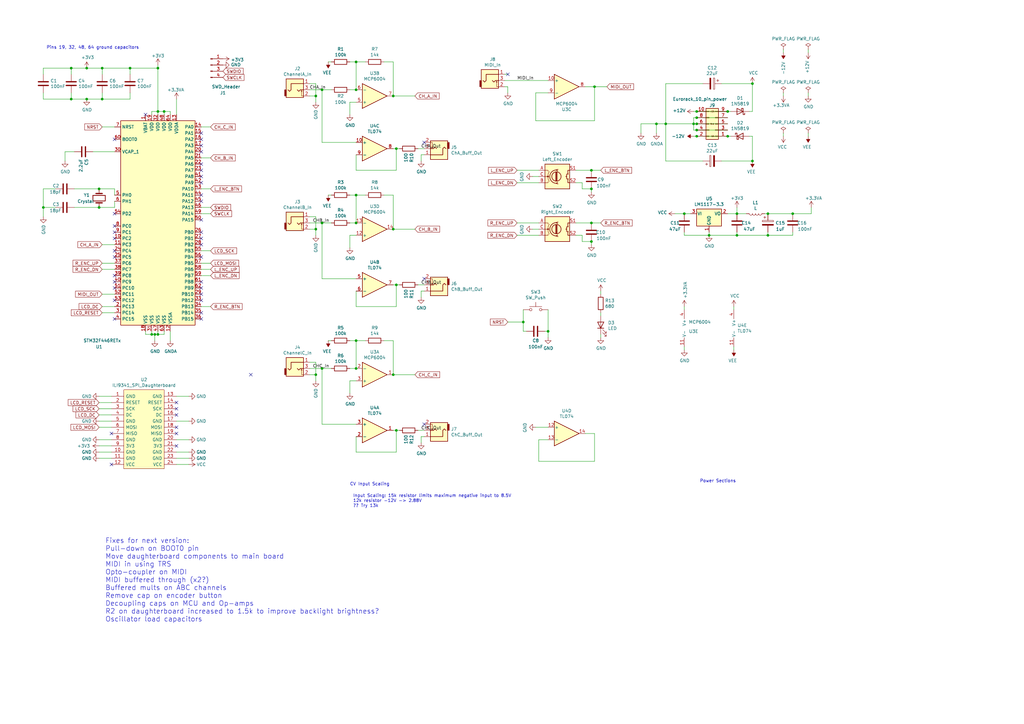
<source format=kicad_sch>
(kicad_sch (version 20230121) (generator eeschema)
  (paper "A3")
  (junction (at 35.56 40.64))
  (junction (at 17.78 85.09))
  (junction (at 214.63 132.08))
  (junction (at 308.61 66.04))
  (junction (at 146.05 36.83))
  (junction (at 162.56 60.96))
  (junction (at 132.08 91.44))
  (junction (at 242.57 91.44))
  (junction (at 308.61 34.29))
  (junction (at 132.08 151.13))
  (junction (at 161.29 153.67))
  (junction (at 314.96 87.63))
  (junction (at 162.56 176.53))
  (junction (at 35.56 27.94))
  (junction (at 146.05 80.01))
  (junction (at 242.57 69.85))
  (junction (at 146.05 151.13))
  (junction (at 129.54 93.98))
  (junction (at 285.75 55.88))
  (junction (at 325.12 87.63))
  (junction (at 40.64 85.09))
  (junction (at 146.05 25.4))
  (junction (at 302.26 96.52))
  (junction (at 67.31 45.72))
  (junction (at 40.64 77.47))
  (junction (at 302.26 87.63))
  (junction (at 64.77 137.16))
  (junction (at 29.21 27.94))
  (junction (at 224.79 135.89))
  (junction (at 285.75 45.72))
  (junction (at 129.54 153.67))
  (junction (at 243.84 35.56))
  (junction (at 242.57 77.47))
  (junction (at 161.29 39.37))
  (junction (at 63.5 137.16))
  (junction (at 53.34 27.94))
  (junction (at 64.77 27.94))
  (junction (at 146.05 91.44))
  (junction (at 162.56 116.84))
  (junction (at 41.91 27.94))
  (junction (at 285.75 48.26))
  (junction (at 298.45 45.72))
  (junction (at 314.96 96.52))
  (junction (at 273.05 50.8))
  (junction (at 41.91 40.64))
  (junction (at 280.67 87.63))
  (junction (at 146.05 139.7))
  (junction (at 285.75 53.34))
  (junction (at 242.57 99.06))
  (junction (at 290.83 96.52))
  (junction (at 29.21 40.64))
  (junction (at 161.29 93.98))
  (junction (at 284.48 50.8))
  (junction (at 132.08 36.83))
  (junction (at 269.24 50.8))
  (junction (at 285.75 50.8))
  (junction (at 64.77 45.72))
  (junction (at 129.54 39.37))
  (junction (at 298.45 55.88))
  (junction (at 62.23 137.16))
  (no_connect (at 46.99 57.15))
  (no_connect (at 72.39 170.18))
  (no_connect (at 46.99 130.81))
  (no_connect (at 82.55 69.85))
  (no_connect (at 72.39 165.1))
  (no_connect (at 46.99 118.11))
  (no_connect (at 82.55 95.25))
  (no_connect (at 46.99 115.57))
  (no_connect (at 102.87 153.67))
  (no_connect (at 173.99 58.42))
  (no_connect (at 82.55 62.23))
  (no_connect (at 82.55 105.41))
  (no_connect (at 82.55 80.01))
  (no_connect (at 46.99 92.71))
  (no_connect (at 72.39 175.26))
  (no_connect (at 59.69 46.99))
  (no_connect (at 208.28 30.48))
  (no_connect (at 173.99 173.99))
  (no_connect (at 82.55 120.65))
  (no_connect (at 45.72 190.5))
  (no_connect (at 46.99 87.63))
  (no_connect (at 46.99 102.87))
  (no_connect (at 82.55 72.39))
  (no_connect (at 82.55 115.57))
  (no_connect (at 82.55 97.79))
  (no_connect (at 46.99 97.79))
  (no_connect (at 173.99 114.3))
  (no_connect (at 46.99 95.25))
  (no_connect (at 45.72 177.8))
  (no_connect (at 82.55 67.31))
  (no_connect (at 72.39 182.88))
  (no_connect (at 82.55 74.93))
  (no_connect (at 82.55 128.27))
  (no_connect (at 82.55 118.11))
  (no_connect (at 82.55 54.61))
  (no_connect (at 82.55 57.15))
  (no_connect (at 82.55 100.33))
  (no_connect (at 46.99 113.03))
  (no_connect (at 82.55 130.81))
  (no_connect (at 46.99 105.41))
  (no_connect (at 82.55 82.55))
  (no_connect (at 72.39 177.8))
  (no_connect (at 46.99 123.19))
  (no_connect (at 72.39 167.64))
  (no_connect (at 82.55 59.69))
  (no_connect (at 82.55 90.17))
  (no_connect (at 82.55 123.19))
  (wire (pts (xy 72.39 185.42) (xy 77.47 185.42)))
  (wire (pts (xy 53.34 27.94) (xy 64.77 27.94)))
  (wire (pts (xy 132.08 36.83) (xy 135.89 36.83)))
  (wire (pts (xy 302.26 87.63) (xy 306.07 87.63)))
  (wire (pts (xy 162.56 116.84) (xy 163.83 116.84)))
  (wire (pts (xy 17.78 40.64) (xy 17.78 38.1)))
  (wire (pts (xy 173.99 63.5) (xy 172.72 63.5)))
  (wire (pts (xy 69.85 46.99) (xy 69.85 45.72)))
  (wire (pts (xy 262.89 50.8) (xy 262.89 54.61)))
  (wire (pts (xy 302.26 95.25) (xy 302.26 96.52)))
  (wire (pts (xy 134.62 25.4) (xy 135.89 25.4)))
  (wire (pts (xy 129.54 148.59) (xy 129.54 153.67)))
  (wire (pts (xy 64.77 45.72) (xy 64.77 46.99)))
  (wire (pts (xy 46.99 85.09) (xy 40.64 85.09)))
  (wire (pts (xy 243.84 177.8) (xy 243.84 189.23)))
  (wire (pts (xy 45.72 175.26) (xy 40.64 175.26)))
  (wire (pts (xy 46.99 100.33) (xy 41.91 100.33)))
  (wire (pts (xy 238.76 99.06) (xy 242.57 99.06)))
  (wire (pts (xy 59.69 137.16) (xy 59.69 135.89)))
  (wire (pts (xy 62.23 45.72) (xy 62.23 46.99)))
  (wire (pts (xy 41.91 125.73) (xy 46.99 125.73)))
  (wire (pts (xy 127 88.9) (xy 129.54 88.9)))
  (wire (pts (xy 162.56 60.96) (xy 163.83 60.96)))
  (wire (pts (xy 285.75 53.34) (xy 298.45 53.34)))
  (wire (pts (xy 302.26 96.52) (xy 314.96 96.52)))
  (wire (pts (xy 149.86 25.4) (xy 146.05 25.4)))
  (wire (pts (xy 300.99 125.73) (xy 300.99 127)))
  (wire (pts (xy 307.34 55.88) (xy 308.61 55.88)))
  (wire (pts (xy 45.72 165.1) (xy 40.64 165.1)))
  (wire (pts (xy 238.76 77.47) (xy 242.57 77.47)))
  (wire (pts (xy 284.48 53.34) (xy 285.75 53.34)))
  (wire (pts (xy 313.69 87.63) (xy 314.96 87.63)))
  (wire (pts (xy 157.48 25.4) (xy 161.29 25.4)))
  (wire (pts (xy 143.51 96.52) (xy 143.51 101.6)))
  (wire (pts (xy 53.34 40.64) (xy 53.34 38.1)))
  (wire (pts (xy 224.79 38.1) (xy 219.71 38.1)))
  (wire (pts (xy 69.85 135.89) (xy 69.85 139.7)))
  (wire (pts (xy 269.24 50.8) (xy 262.89 50.8)))
  (wire (pts (xy 127 148.59) (xy 129.54 148.59)))
  (wire (pts (xy 236.22 91.44) (xy 242.57 91.44)))
  (wire (pts (xy 46.99 120.65) (xy 41.91 120.65)))
  (wire (pts (xy 331.47 38.1) (xy 331.47 39.37)))
  (wire (pts (xy 172.72 179.07) (xy 172.72 181.61)))
  (wire (pts (xy 161.29 60.96) (xy 162.56 60.96)))
  (wire (pts (xy 171.45 176.53) (xy 173.99 176.53)))
  (wire (pts (xy 242.57 69.85) (xy 246.38 69.85)))
  (wire (pts (xy 162.56 185.42) (xy 162.56 176.53)))
  (wire (pts (xy 331.47 54.61) (xy 331.47 55.88)))
  (wire (pts (xy 64.77 135.89) (xy 64.77 137.16)))
  (wire (pts (xy 288.29 34.29) (xy 273.05 34.29)))
  (wire (pts (xy 212.09 69.85) (xy 220.98 69.85)))
  (wire (pts (xy 308.61 66.04) (xy 295.91 66.04)))
  (wire (pts (xy 17.78 40.64) (xy 29.21 40.64)))
  (wire (pts (xy 170.18 153.67) (xy 161.29 153.67)))
  (wire (pts (xy 170.18 39.37) (xy 161.29 39.37)))
  (wire (pts (xy 127 36.83) (xy 132.08 36.83)))
  (wire (pts (xy 242.57 99.06) (xy 242.57 100.33)))
  (wire (pts (xy 284.48 53.34) (xy 284.48 50.8)))
  (wire (pts (xy 171.45 60.96) (xy 173.99 60.96)))
  (wire (pts (xy 236.22 74.93) (xy 238.76 74.93)))
  (wire (pts (xy 214.63 132.08) (xy 214.63 135.89)))
  (wire (pts (xy 308.61 45.72) (xy 308.61 34.29)))
  (wire (pts (xy 72.39 187.96) (xy 77.47 187.96)))
  (wire (pts (xy 290.83 96.52) (xy 280.67 96.52)))
  (wire (pts (xy 314.96 87.63) (xy 325.12 87.63)))
  (wire (pts (xy 129.54 39.37) (xy 129.54 34.29)))
  (wire (pts (xy 157.48 139.7) (xy 161.29 139.7)))
  (wire (pts (xy 314.96 96.52) (xy 314.96 95.25)))
  (wire (pts (xy 224.79 127) (xy 224.79 135.89)))
  (wire (pts (xy 224.79 135.89) (xy 224.79 138.43)))
  (wire (pts (xy 30.48 62.23) (xy 26.67 62.23)))
  (wire (pts (xy 146.05 63.5) (xy 146.05 69.85)))
  (wire (pts (xy 82.55 85.09) (xy 86.36 85.09)))
  (wire (pts (xy 146.05 125.73) (xy 162.56 125.73)))
  (wire (pts (xy 284.48 50.8) (xy 285.75 50.8)))
  (wire (pts (xy 82.55 113.03) (xy 86.36 113.03)))
  (wire (pts (xy 298.45 45.72) (xy 299.72 45.72)))
  (wire (pts (xy 223.52 135.89) (xy 224.79 135.89)))
  (wire (pts (xy 280.67 142.24) (xy 280.67 143.51)))
  (wire (pts (xy 64.77 45.72) (xy 67.31 45.72)))
  (wire (pts (xy 82.55 64.77) (xy 86.36 64.77)))
  (wire (pts (xy 127 153.67) (xy 129.54 153.67)))
  (wire (pts (xy 132.08 151.13) (xy 135.89 151.13)))
  (wire (pts (xy 146.05 80.01) (xy 146.05 91.44)))
  (wire (pts (xy 284.48 48.26) (xy 284.48 50.8)))
  (wire (pts (xy 86.36 125.73) (xy 82.55 125.73)))
  (wire (pts (xy 308.61 55.88) (xy 308.61 66.04)))
  (wire (pts (xy 22.86 77.47) (xy 17.78 77.47)))
  (wire (pts (xy 127 151.13) (xy 132.08 151.13)))
  (wire (pts (xy 284.48 48.26) (xy 285.75 48.26)))
  (wire (pts (xy 146.05 119.38) (xy 146.05 125.73)))
  (wire (pts (xy 143.51 139.7) (xy 146.05 139.7)))
  (wire (pts (xy 162.56 176.53) (xy 163.83 176.53)))
  (wire (pts (xy 46.99 77.47) (xy 40.64 77.47)))
  (wire (pts (xy 143.51 91.44) (xy 146.05 91.44)))
  (wire (pts (xy 207.01 30.48) (xy 208.28 30.48)))
  (wire (pts (xy 82.55 52.07) (xy 86.36 52.07)))
  (wire (pts (xy 41.91 52.07) (xy 46.99 52.07)))
  (wire (pts (xy 146.05 96.52) (xy 143.51 96.52)))
  (wire (pts (xy 64.77 26.67) (xy 64.77 27.94)))
  (wire (pts (xy 146.05 25.4) (xy 146.05 36.83)))
  (wire (pts (xy 134.62 80.01) (xy 135.89 80.01)))
  (wire (pts (xy 30.48 85.09) (xy 40.64 85.09)))
  (wire (pts (xy 41.91 110.49) (xy 46.99 110.49)))
  (wire (pts (xy 45.72 162.56) (xy 40.64 162.56)))
  (wire (pts (xy 17.78 27.94) (xy 29.21 27.94)))
  (wire (pts (xy 290.83 96.52) (xy 302.26 96.52)))
  (wire (pts (xy 146.05 179.07) (xy 146.05 185.42)))
  (wire (pts (xy 29.21 38.1) (xy 29.21 40.64)))
  (wire (pts (xy 67.31 45.72) (xy 69.85 45.72)))
  (wire (pts (xy 161.29 116.84) (xy 162.56 116.84)))
  (wire (pts (xy 321.31 38.1) (xy 321.31 39.37)))
  (wire (pts (xy 82.55 107.95) (xy 86.36 107.95)))
  (wire (pts (xy 161.29 80.01) (xy 161.29 93.98)))
  (wire (pts (xy 46.99 82.55) (xy 46.99 85.09)))
  (wire (pts (xy 273.05 50.8) (xy 273.05 66.04)))
  (wire (pts (xy 220.98 180.34) (xy 224.79 180.34)))
  (wire (pts (xy 143.51 156.21) (xy 143.51 161.29)))
  (wire (pts (xy 242.57 78.74) (xy 242.57 77.47)))
  (wire (pts (xy 82.55 77.47) (xy 86.36 77.47)))
  (wire (pts (xy 82.55 110.49) (xy 86.36 110.49)))
  (wire (pts (xy 127 34.29) (xy 129.54 34.29)))
  (wire (pts (xy 132.08 58.42) (xy 146.05 58.42)))
  (wire (pts (xy 72.39 162.56) (xy 77.47 162.56)))
  (wire (pts (xy 82.55 87.63) (xy 86.36 87.63)))
  (wire (pts (xy 220.98 96.52) (xy 212.09 96.52)))
  (wire (pts (xy 314.96 96.52) (xy 325.12 96.52)))
  (wire (pts (xy 298.45 55.88) (xy 299.72 55.88)))
  (wire (pts (xy 290.83 95.25) (xy 290.83 96.52)))
  (wire (pts (xy 46.99 62.23) (xy 38.1 62.23)))
  (wire (pts (xy 143.51 80.01) (xy 146.05 80.01)))
  (wire (pts (xy 63.5 137.16) (xy 64.77 137.16)))
  (wire (pts (xy 129.54 39.37) (xy 129.54 41.91)))
  (wire (pts (xy 41.91 40.64) (xy 53.34 40.64)))
  (wire (pts (xy 64.77 45.72) (xy 64.77 27.94)))
  (wire (pts (xy 129.54 93.98) (xy 129.54 96.52)))
  (wire (pts (xy 332.74 87.63) (xy 325.12 87.63)))
  (wire (pts (xy 212.09 91.44) (xy 220.98 91.44)))
  (wire (pts (xy 284.48 55.88) (xy 285.75 55.88)))
  (wire (pts (xy 41.91 27.94) (xy 35.56 27.94)))
  (wire (pts (xy 171.45 116.84) (xy 173.99 116.84)))
  (wire (pts (xy 331.47 20.32) (xy 331.47 21.59)))
  (wire (pts (xy 143.51 151.13) (xy 146.05 151.13)))
  (wire (pts (xy 62.23 137.16) (xy 62.23 135.89)))
  (wire (pts (xy 218.44 93.98) (xy 220.98 93.98)))
  (wire (pts (xy 63.5 139.7) (xy 63.5 137.16)))
  (wire (pts (xy 300.99 142.24) (xy 300.99 143.51)))
  (wire (pts (xy 45.72 180.34) (xy 40.64 180.34)))
  (wire (pts (xy 29.21 27.94) (xy 35.56 27.94)))
  (wire (pts (xy 238.76 96.52) (xy 238.76 99.06)))
  (wire (pts (xy 132.08 36.83) (xy 132.08 58.42)))
  (wire (pts (xy 146.05 185.42) (xy 162.56 185.42)))
  (wire (pts (xy 285.75 48.26) (xy 298.45 48.26)))
  (wire (pts (xy 246.38 128.27) (xy 246.38 129.54)))
  (wire (pts (xy 246.38 119.38) (xy 246.38 120.65)))
  (wire (pts (xy 173.99 179.07) (xy 172.72 179.07)))
  (wire (pts (xy 243.84 189.23) (xy 220.98 189.23)))
  (wire (pts (xy 53.34 30.48) (xy 53.34 27.94)))
  (wire (pts (xy 219.71 49.53) (xy 243.84 49.53)))
  (wire (pts (xy 129.54 153.67) (xy 129.54 156.21)))
  (wire (pts (xy 29.21 30.48) (xy 29.21 27.94)))
  (wire (pts (xy 62.23 45.72) (xy 64.77 45.72)))
  (wire (pts (xy 220.98 74.93) (xy 212.09 74.93)))
  (wire (pts (xy 132.08 91.44) (xy 135.89 91.44)))
  (wire (pts (xy 220.98 189.23) (xy 220.98 180.34)))
  (wire (pts (xy 41.91 107.95) (xy 46.99 107.95)))
  (wire (pts (xy 280.67 87.63) (xy 283.21 87.63)))
  (wire (pts (xy 273.05 34.29) (xy 273.05 50.8)))
  (wire (pts (xy 240.03 35.56) (xy 243.84 35.56)))
  (wire (pts (xy 173.99 119.38) (xy 172.72 119.38)))
  (wire (pts (xy 218.44 72.39) (xy 220.98 72.39)))
  (wire (pts (xy 285.75 55.88) (xy 298.45 55.88)))
  (wire (pts (xy 127 91.44) (xy 132.08 91.44)))
  (wire (pts (xy 86.36 102.87) (xy 82.55 102.87)))
  (wire (pts (xy 41.91 30.48) (xy 41.91 27.94)))
  (wire (pts (xy 149.86 80.01) (xy 146.05 80.01)))
  (wire (pts (xy 67.31 135.89) (xy 67.31 137.16)))
  (wire (pts (xy 325.12 96.52) (xy 325.12 95.25)))
  (wire (pts (xy 242.57 91.44) (xy 246.38 91.44)))
  (wire (pts (xy 146.05 41.91) (xy 143.51 41.91)))
  (wire (pts (xy 46.99 128.27) (xy 41.91 128.27)))
  (wire (pts (xy 40.64 77.47) (xy 30.48 77.47)))
  (wire (pts (xy 280.67 125.73) (xy 280.67 127)))
  (wire (pts (xy 236.22 96.52) (xy 238.76 96.52)))
  (wire (pts (xy 269.24 50.8) (xy 273.05 50.8)))
  (wire (pts (xy 214.63 135.89) (xy 215.9 135.89)))
  (wire (pts (xy 308.61 34.29) (xy 295.91 34.29)))
  (wire (pts (xy 285.75 45.72) (xy 298.45 45.72)))
  (wire (pts (xy 72.39 40.64) (xy 72.39 46.99)))
  (wire (pts (xy 172.72 63.5) (xy 172.72 66.04)))
  (wire (pts (xy 269.24 54.61) (xy 269.24 50.8)))
  (wire (pts (xy 207.01 33.02) (xy 224.79 33.02)))
  (wire (pts (xy 288.29 66.04) (xy 273.05 66.04)))
  (wire (pts (xy 208.28 35.56) (xy 208.28 38.1)))
  (wire (pts (xy 143.51 41.91) (xy 143.51 46.99)))
  (wire (pts (xy 321.31 54.61) (xy 321.31 55.88)))
  (wire (pts (xy 132.08 173.99) (xy 146.05 173.99)))
  (wire (pts (xy 161.29 176.53) (xy 162.56 176.53)))
  (wire (pts (xy 45.72 182.88) (xy 40.64 182.88)))
  (wire (pts (xy 157.48 80.01) (xy 161.29 80.01)))
  (wire (pts (xy 143.51 25.4) (xy 146.05 25.4)))
  (wire (pts (xy 321.31 20.32) (xy 321.31 21.59)))
  (wire (pts (xy 146.05 156.21) (xy 143.51 156.21)))
  (wire (pts (xy 172.72 119.38) (xy 172.72 121.92)))
  (wire (pts (xy 143.51 36.83) (xy 146.05 36.83)))
  (wire (pts (xy 46.99 77.47) (xy 46.99 80.01)))
  (wire (pts (xy 17.78 30.48) (xy 17.78 27.94)))
  (wire (pts (xy 17.78 85.09) (xy 17.78 88.9)))
  (wire (pts (xy 298.45 50.8) (xy 285.75 50.8)))
  (wire (pts (xy 45.72 185.42) (xy 40.64 185.42)))
  (wire (pts (xy 208.28 132.08) (xy 214.63 132.08)))
  (wire (pts (xy 161.29 25.4) (xy 161.29 39.37)))
  (wire (pts (xy 45.72 187.96) (xy 40.64 187.96)))
  (wire (pts (xy 280.67 95.25) (xy 280.67 96.52)))
  (wire (pts (xy 146.05 69.85) (xy 162.56 69.85)))
  (wire (pts (xy 214.63 127) (xy 214.63 132.08)))
  (wire (pts (xy 62.23 137.16) (xy 63.5 137.16)))
  (wire (pts (xy 77.47 190.5) (xy 72.39 190.5)))
  (wire (pts (xy 207.01 35.56) (xy 208.28 35.56)))
  (wire (pts (xy 162.56 69.85) (xy 162.56 60.96)))
  (wire (pts (xy 134.62 139.7) (xy 135.89 139.7)))
  (wire (pts (xy 35.56 40.64) (xy 41.91 40.64)))
  (wire (pts (xy 240.03 177.8) (xy 243.84 177.8)))
  (wire (pts (xy 127 39.37) (xy 129.54 39.37)))
  (wire (pts (xy 307.34 45.72) (xy 308.61 45.72)))
  (wire (pts (xy 26.67 62.23) (xy 26.67 66.04)))
  (wire (pts (xy 219.71 38.1) (xy 219.71 49.53)))
  (wire (pts (xy 332.74 85.09) (xy 332.74 87.63)))
  (wire (pts (xy 45.72 170.18) (xy 40.64 170.18)))
  (wire (pts (xy 219.71 175.26) (xy 224.79 175.26)))
  (wire (pts (xy 59.69 137.16) (xy 62.23 137.16)))
  (wire (pts (xy 45.72 172.72) (xy 40.64 172.72)))
  (wire (pts (xy 132.08 91.44) (xy 132.08 114.3)))
  (wire (pts (xy 243.84 49.53) (xy 243.84 35.56)))
  (wire (pts (xy 132.08 151.13) (xy 132.08 173.99)))
  (wire (pts (xy 273.05 50.8) (xy 284.48 50.8)))
  (wire (pts (xy 127 93.98) (xy 129.54 93.98)))
  (wire (pts (xy 302.26 85.09) (xy 302.26 87.63)))
  (wire (pts (xy 149.86 139.7) (xy 146.05 139.7)))
  (wire (pts (xy 170.18 93.98) (xy 161.29 93.98)))
  (wire (pts (xy 276.86 87.63) (xy 280.67 87.63)))
  (wire (pts (xy 162.56 125.73) (xy 162.56 116.84)))
  (wire (pts (xy 17.78 77.47) (xy 17.78 85.09)))
  (wire (pts (xy 238.76 74.93) (xy 238.76 77.47)))
  (wire (pts (xy 132.08 114.3) (xy 146.05 114.3)))
  (wire (pts (xy 53.34 27.94) (xy 41.91 27.94)))
  (wire (pts (xy 17.78 85.09) (xy 22.86 85.09)))
  (wire (pts (xy 64.77 137.16) (xy 67.31 137.16)))
  (wire (pts (xy 29.21 40.64) (xy 35.56 40.64)))
  (wire (pts (xy 298.45 87.63) (xy 302.26 87.63)))
  (wire (pts (xy 236.22 69.85) (xy 242.57 69.85)))
  (wire (pts (xy 243.84 35.56) (xy 248.92 35.56)))
  (wire (pts (xy 45.72 167.64) (xy 40.64 167.64)))
  (wire (pts (xy 146.05 139.7) (xy 146.05 151.13)))
  (wire (pts (xy 72.39 172.72) (xy 77.47 172.72)))
  (wire (pts (xy 284.48 45.72) (xy 285.75 45.72)))
  (wire (pts (xy 72.39 180.34) (xy 77.47 180.34)))
  (wire (pts (xy 161.29 139.7) (xy 161.29 153.67)))
  (wire (pts (xy 67.31 46.99) (xy 67.31 45.72)))
  (wire (pts (xy 246.38 137.16) (xy 246.38 138.43)))
  (wire (pts (xy 41.91 38.1) (xy 41.91 40.64)))
  (wire (pts (xy 129.54 88.9) (xy 129.54 93.98)))
  (text "CV Input Scaling" (at 143.51 199.39 0) (effects (font (size 1.27 1.27)) (justify left bottom)))
  (text "Fixes for next version:\nPull-down on BOOT0 pin\nMove daughterboard components to main board\nMIDI in using TRS\nOpto-coupler on MIDI\nMIDI buffered through (x2?)\nBuffered mults on ABC channels\nRemove cap on encoder button\nDecoupling caps on MCU and Op-amps\nR2 on daughterboard increased to 1.5k to improve backlight brightness?\nOscillator load capacitors" (at 43.18 255.27 0) (effects (font (size 2 2)) (justify left bottom)))
  (text "Power Sections" (at 287.02 198.12 0) (effects (font (size 1.27 1.27)) (justify left bottom)))
  (text "Input Scaling: 15k resistor limits maximum negative input to 8.5V\n12k resistor -12V -> 2.88V\n?? Try 13k" (at 144.78 208.28 0) (effects (font (size 1.27 1.27)) (justify left bottom)))
  (text "Pins 19, 32, 48, 64 ground capacitors" (at 19.05 20.32 0) (effects (font (size 1.27 1.27)) (justify left bottom)))
  (label "CHA_In" (at 127 36.83 0))
  (label "CHA_Out" (at 172.72 60.96 0))
  (label "CHB_Out" (at 172.72 116.84 0))
  (label "CHC_In" (at 128.27 151.13 0))
  (label "MIDI_In" (at 212.09 33.02 0))
  (label "CHC_Out" (at 172.72 176.53 0))
  (label "CHB_In" (at 128.27 91.44 0))
  (global_label "LCD_DC" (shape input) (at 40.64 170.18 180) (property "Intersheetrefs" "${INTERSHEET_REFS}" (effects hide)))
  (global_label "MIDI_OUT" (shape input) (at 41.91 120.65 180) (property "Intersheetrefs" "${INTERSHEET_REFS}" (effects hide)))
  (global_label "CH_C_IN" (shape input) (at 170.18 153.67 0) (property "Intersheetrefs" "${INTERSHEET_REFS}" (effects hide)))
  (global_label "LCD_DC" (shape input) (at 41.91 125.73 180) (property "Intersheetrefs" "${INTERSHEET_REFS}" (effects hide)))
  (global_label "L_ENC_BTN" (shape input) (at 86.36 77.47 0) (property "Intersheetrefs" "${INTERSHEET_REFS}" (effects hide)))
  (global_label "L_ENC_DN" (shape input) (at 86.36 113.03 0) (property "Intersheetrefs" "${INTERSHEET_REFS}" (effects hide)))
  (global_label "MIDI_OUT" (shape input) (at 248.92 35.56 0) (property "Intersheetrefs" "${INTERSHEET_REFS}" (effects hide)))
  (global_label "LCD_RESET" (shape input) (at 41.91 128.27 180) (property "Intersheetrefs" "${INTERSHEET_REFS}" (effects hide)))
  (global_label "R_ENC_UP" (shape input) (at 41.91 107.95 180) (property "Intersheetrefs" "${INTERSHEET_REFS}" (effects hide)))
  (global_label "SWDIO" (shape input) (at 91.44 29.21 0) (property "Intersheetrefs" "${INTERSHEET_REFS}" (effects hide)))
  (global_label "R_ENC_DN" (shape input) (at 41.91 110.49 180) (property "Intersheetrefs" "${INTERSHEET_REFS}" (effects hide)))
  (global_label "R_ENC_BTN" (shape input) (at 86.36 125.73 0) (property "Intersheetrefs" "${INTERSHEET_REFS}" (effects hide)))
  (global_label "NRST" (shape input) (at 41.91 52.07 180) (property "Intersheetrefs" "${INTERSHEET_REFS}" (effects hide)))
  (global_label "LCD_RESET" (shape input) (at 40.64 165.1 180) (property "Intersheetrefs" "${INTERSHEET_REFS}" (effects hide)))
  (global_label "CH_C_IN" (shape input) (at 86.36 52.07 0) (property "Intersheetrefs" "${INTERSHEET_REFS}" (effects hide)))
  (global_label "LCD_SCK" (shape input) (at 86.36 102.87 0) (property "Intersheetrefs" "${INTERSHEET_REFS}" (effects hide)))
  (global_label "L_ENC_BTN" (shape input) (at 246.38 69.85 0) (property "Intersheetrefs" "${INTERSHEET_REFS}" (effects hide)))
  (global_label "CH_B_IN" (shape input) (at 86.36 64.77 0) (property "Intersheetrefs" "${INTERSHEET_REFS}" (effects hide)))
  (global_label "NRST" (shape input) (at 208.28 132.08 180) (property "Intersheetrefs" "${INTERSHEET_REFS}" (effects hide)))
  (global_label "CH_A_IN" (shape input) (at 170.18 39.37 0) (property "Intersheetrefs" "${INTERSHEET_REFS}" (effects hide)))
  (global_label "R_ENC_DN" (shape input) (at 212.09 96.52 180) (property "Intersheetrefs" "${INTERSHEET_REFS}" (effects hide)))
  (global_label "CH_A_IN" (shape input) (at 41.91 100.33 180) (property "Intersheetrefs" "${INTERSHEET_REFS}" (effects hide)))
  (global_label "CH_B_IN" (shape input) (at 170.18 93.98 0) (property "Intersheetrefs" "${INTERSHEET_REFS}" (effects hide)))
  (global_label "SWDIO" (shape input) (at 86.36 85.09 0) (property "Intersheetrefs" "${INTERSHEET_REFS}" (effects hide)))
  (global_label "SWCLK" (shape input) (at 86.36 87.63 0) (property "Intersheetrefs" "${INTERSHEET_REFS}" (effects hide)))
  (global_label "R_ENC_UP" (shape input) (at 212.09 91.44 180) (property "Intersheetrefs" "${INTERSHEET_REFS}" (effects hide)))
  (global_label "L_ENC_DN" (shape input) (at 212.09 74.93 180) (property "Intersheetrefs" "${INTERSHEET_REFS}" (effects hide)))
  (global_label "L_ENC_UP" (shape input) (at 86.36 110.49 0) (property "Intersheetrefs" "${INTERSHEET_REFS}" (effects hide)))
  (global_label "L_ENC_UP" (shape input) (at 212.09 69.85 180) (property "Intersheetrefs" "${INTERSHEET_REFS}" (effects hide)))
  (global_label "LCD_MOSI" (shape input) (at 40.64 175.26 180) (property "Intersheetrefs" "${INTERSHEET_REFS}" (effects hide)))
  (global_label "LCD_SCK" (shape input) (at 40.64 167.64 180) (property "Intersheetrefs" "${INTERSHEET_REFS}" (effects hide)))
  (global_label "R_ENC_BTN" (shape input) (at 246.38 91.44 0) (property "Intersheetrefs" "${INTERSHEET_REFS}" (effects hide)))
  (global_label "LCD_MOSI" (shape input) (at 86.36 107.95 0) (property "Intersheetrefs" "${INTERSHEET_REFS}" (effects hide)))
  (global_label "SWCLK" (shape input) (at 91.44 31.75 0) (property "Intersheetrefs" "${INTERSHEET_REFS}" (effects hide)))
  (symbol (lib_id "Device:C") (at 34.29 62.23 270) (unit 1)
    (property "Reference" "C5" (at 35.4584 65.151 0) (effects (justify left)))
    (property "Value" "2.2uF" (at 33.147 65.151 0) (effects (justify left)))
    (property "Footprint" "Capacitors_SMD:C_0805_HandSoldering" (effects hide))
  )
  (symbol (lib_id "power:GND") (at 26.67 66.04 0) (unit 1)
    (property "Reference" "#PWR02" (effects hide))
    (property "Value" "GND" (at 26.797 70.4342 0))
  )
  (symbol (lib_id "Connector:Conn_01x04_Male") (at 86.36 26.67 0) (unit 1)
    (property "Reference" "J1" (at 91.44 38.1 0))
    (property "Value" "SWD_Header" (at 92.71 35.56 0))
    (property "Footprint" "Custom_Footprints:SWD_header" (effects hide))
  )
  (symbol (lib_id "oscar-rescue:+3.3V-power") (at 91.44 24.13 270) (unit 1)
    (property "Reference" "#PWR011" (effects hide))
    (property "Value" "+3.3V" (at 94.6912 24.511 90) (effects (justify left)))
  )
  (symbol (lib_id "power:GND") (at 91.44 26.67 90) (unit 1)
    (property "Reference" "#PWR012" (effects hide))
    (property "Value" "GND" (at 94.6912 26.543 90) (effects (justify right)))
  )
  (symbol (lib_id "Device:Crystal") (at 40.64 81.28 90) (unit 1)
    (property "Reference" "Y1" (at 34.29 80.01 90) (effects (justify right)))
    (property "Value" "Crystal" (at 31.75 82.55 90) (effects (justify right)))
    (property "Footprint" "Custom_Footprints:Crystal_SMD" (effects hide))
  )
  (symbol (lib_id "Device:C") (at 26.67 77.47 270) (unit 1)
    (property "Reference" "C2" (at 21.59 76.2 90) (effects (justify left)))
    (property "Value" "18pF" (at 20.32 78.74 90) (effects (justify left)))
    (property "Footprint" "Capacitors_SMD:C_0805_HandSoldering" (effects hide))
  )
  (symbol (lib_id "Device:C") (at 26.67 85.09 270) (unit 1)
    (property "Reference" "C3" (at 21.59 83.82 90) (effects (justify left)))
    (property "Value" "18pF" (at 20.32 86.36 90) (effects (justify left)))
    (property "Footprint" "Capacitors_SMD:C_0805_HandSoldering" (effects hide))
  )
  (symbol (lib_id "power:GND") (at 17.78 88.9 0) (unit 1)
    (property "Reference" "#PWR01" (effects hide))
    (property "Value" "GND" (at 17.907 92.1512 90) (effects (justify right)))
  )
  (symbol (lib_id "oscar-rescue:+3.3V-power") (at 64.77 26.67 0) (unit 1)
    (property "Reference" "#PWR06" (effects hide))
    (property "Value" "+3.3V" (at 64.77 22.86 0))
  )
  (symbol (lib_id "power:GND") (at 63.5 139.7 0) (unit 1)
    (property "Reference" "#PWR05" (effects hide))
    (property "Value" "GND" (at 63.627 144.0942 0))
  )
  (symbol (lib_id "oscar-rescue:+3.3V-power") (at 35.56 27.94 0) (unit 1)
    (property "Reference" "#PWR03" (effects hide))
    (property "Value" "+3.3V" (at 35.941 23.5458 0))
  )
  (symbol (lib_id "Device:C") (at 17.78 34.29 0) (unit 1)
    (property "Reference" "C1" (at 20.701 33.1216 0) (effects (justify left)))
    (property "Value" "100nF" (at 20.701 35.433 0) (effects (justify left)))
    (property "Footprint" "Capacitors_SMD:C_0805_HandSoldering" (effects hide))
  )
  (symbol (lib_id "power:GND") (at 35.56 40.64 0) (unit 1)
    (property "Reference" "#PWR04" (effects hide))
    (property "Value" "GND" (at 35.687 45.0342 0))
  )
  (symbol (lib_id "Device:C") (at 29.21 34.29 0) (unit 1)
    (property "Reference" "C4" (at 32.131 33.1216 0) (effects (justify left)))
    (property "Value" "100nF" (at 32.131 35.433 0) (effects (justify left)))
    (property "Footprint" "Capacitors_SMD:C_0805_HandSoldering" (effects hide))
  )
  (symbol (lib_id "Device:C") (at 41.91 34.29 0) (unit 1)
    (property "Reference" "C6" (at 44.831 33.1216 0) (effects (justify left)))
    (property "Value" "100nF" (at 44.831 35.433 0) (effects (justify left)))
    (property "Footprint" "Capacitors_SMD:C_0805_HandSoldering" (effects hide))
  )
  (symbol (lib_id "Device:C") (at 53.34 34.29 0) (unit 1)
    (property "Reference" "C7" (at 56.261 33.1216 0) (effects (justify left)))
    (property "Value" "100nF" (at 56.261 35.433 0) (effects (justify left)))
    (property "Footprint" "Capacitors_SMD:C_0805_HandSoldering" (effects hide))
  )
  (symbol (lib_id "oscar-rescue:+3.3V-power") (at 302.26 85.09 0) (unit 1)
    (property "Reference" "#PWR041" (effects hide))
    (property "Value" "+3.3V" (at 302.26 81.28 0))
  )
  (symbol (lib_id "power:PWR_FLAG") (at 331.47 38.1 0) (unit 1)
    (property "Reference" "#FLG05" (effects hide))
    (property "Value" "PWR_FLAG" (at 331.47 33.6804 0))
  )
  (symbol (lib_id "power:GND") (at 331.47 39.37 0) (unit 1)
    (property "Reference" "#PWR048" (effects hide))
    (property "Value" "GND" (at 331.597 43.7642 0))
  )
  (symbol (lib_id "Regulator_Linear:LM1117-3.3") (at 290.83 87.63 0) (unit 1)
    (property "Reference" "U5" (at 290.83 81.4832 0))
    (property "Value" "LM1117-3.3" (at 290.83 83.7946 0))
    (property "Footprint" "TO_SOT_Packages_SMD:TO-252-3_TabPin2" (effects hide))
    (property "Datasheet" "http://www.ti.com/lit/ds/symlink/lm1117.pdf" (effects hide))
  )
  (symbol (lib_id "Amplifier_Operational:MCP6004") (at 153.67 39.37 0) (mirror x) (unit 2)
    (property "Reference" "U3" (at 153.67 30.0482 0))
    (property "Value" "MCP6004" (at 153.67 32.3596 0))
    (property "Footprint" "SMD_Packages:SOIC-14_N" (effects hide))
    (property "Datasheet" "http://ww1.microchip.com/downloads/en/DeviceDoc/21733j.pdf" (effects hide))
  )
  (symbol (lib_id "Device:R") (at 153.67 25.4 270) (unit 1)
    (property "Reference" "R7" (at 153.67 20.1422 90))
    (property "Value" "14k" (at 153.67 22.4536 90))
    (property "Footprint" "Resistors_SMD:R_0805_HandSoldering" (effects hide))
  )
  (symbol (lib_id "Device:R") (at 139.7 25.4 270) (unit 1)
    (property "Reference" "R1" (at 139.7 20.1422 90))
    (property "Value" "100k" (at 139.7 22.4536 90))
    (property "Footprint" "Resistors_SMD:R_0805_HandSoldering" (effects hide))
  )
  (symbol (lib_id "Device:R") (at 139.7 36.83 270) (unit 1)
    (property "Reference" "R2" (at 139.7 39.37 90))
    (property "Value" "100k" (at 139.7 41.91 90))
    (property "Footprint" "Resistors_SMD:R_0805_HandSoldering" (effects hide))
  )
  (symbol (lib_id "power:GND") (at 143.51 46.99 0) (unit 1)
    (property "Reference" "#PWR019" (effects hide))
    (property "Value" "GND" (at 143.637 51.3842 0))
  )
  (symbol (lib_id "Amplifier_Operational:MCP6004") (at 153.67 93.98 0) (mirror x) (unit 4)
    (property "Reference" "U3" (at 153.67 84.6582 0))
    (property "Value" "MCP6004" (at 153.67 86.9696 0))
    (property "Footprint" "SMD_Packages:SOIC-14_N" (effects hide))
    (property "Datasheet" "http://ww1.microchip.com/downloads/en/DeviceDoc/21733j.pdf" (effects hide))
  )
  (symbol (lib_id "Device:R") (at 153.67 80.01 270) (unit 1)
    (property "Reference" "R8" (at 153.67 74.7522 90))
    (property "Value" "14k" (at 153.67 77.0636 90))
    (property "Footprint" "Resistors_SMD:R_0805_HandSoldering" (effects hide))
  )
  (symbol (lib_id "Device:R") (at 139.7 80.01 270) (unit 1)
    (property "Reference" "R3" (at 139.7 74.7522 90))
    (property "Value" "100k" (at 139.7 77.0636 90))
    (property "Footprint" "Resistors_SMD:R_0805_HandSoldering" (effects hide))
  )
  (symbol (lib_id "Device:R") (at 139.7 91.44 270) (unit 1)
    (property "Reference" "R4" (at 139.7 86.1822 90))
    (property "Value" "100k" (at 139.7 88.4936 90))
    (property "Footprint" "Resistors_SMD:R_0805_HandSoldering" (effects hide))
  )
  (symbol (lib_id "power:GND") (at 143.51 101.6 0) (unit 1)
    (property "Reference" "#PWR020" (effects hide))
    (property "Value" "GND" (at 143.637 105.9942 0))
  )
  (symbol (lib_id "Device:C") (at 302.26 91.44 0) (unit 1)
    (property "Reference" "C14" (at 306.07 91.44 0))
    (property "Value" "47uF" (at 307.34 93.98 0))
    (property "Footprint" "Capacitors_SMD:CP_Elec_5x5.8" (effects hide))
  )
  (symbol (lib_id "Device:L") (at 309.88 87.63 270) (unit 1)
    (property "Reference" "L1" (at 309.88 83.1088 90))
    (property "Value" "L" (at 309.88 85.4202 90))
    (property "Footprint" "Resistors_SMD:R_0805_HandSoldering" (effects hide))
  )
  (symbol (lib_id "power:+3.3VA") (at 332.74 85.09 0) (unit 1)
    (property "Reference" "#PWR050" (effects hide))
    (property "Value" "+3.3VA" (at 330.2 81.28 0) (effects (justify left)))
  )
  (symbol (lib_id "Device:C") (at 280.67 91.44 0) (unit 1)
    (property "Reference" "C11" (at 276.86 91.44 0))
    (property "Value" "47uF" (at 276.86 93.98 0))
    (property "Footprint" "Capacitors_SMD:CP_Elec_5x5.8" (effects hide))
  )
  (symbol (lib_id "Amplifier_Operational:MCP6004") (at 153.67 153.67 0) (mirror x) (unit 1)
    (property "Reference" "U3" (at 153.67 144.3482 0))
    (property "Value" "MCP6004" (at 153.67 146.6596 0))
    (property "Footprint" "SMD_Packages:SOIC-14_N" (effects hide))
    (property "Datasheet" "http://ww1.microchip.com/downloads/en/DeviceDoc/21733j.pdf" (effects hide))
  )
  (symbol (lib_id "Device:R") (at 153.67 139.7 270) (unit 1)
    (property "Reference" "R9" (at 153.67 134.4422 90))
    (property "Value" "14k" (at 153.67 136.7536 90))
    (property "Footprint" "Resistors_SMD:R_0805_HandSoldering" (effects hide))
  )
  (symbol (lib_id "Device:R") (at 139.7 139.7 270) (unit 1)
    (property "Reference" "R5" (at 139.7 134.4422 90))
    (property "Value" "100k" (at 139.7 136.7536 90))
    (property "Footprint" "Resistors_SMD:R_0805_HandSoldering" (effects hide))
  )
  (symbol (lib_id "Device:R") (at 139.7 151.13 270) (unit 1)
    (property "Reference" "R6" (at 139.7 145.8722 90))
    (property "Value" "100k" (at 139.7 148.1836 90))
    (property "Footprint" "Resistors_SMD:R_0805_HandSoldering" (effects hide))
  )
  (symbol (lib_id "power:GND") (at 143.51 161.29 0) (unit 1)
    (property "Reference" "#PWR021" (effects hide))
    (property "Value" "GND" (at 143.637 165.6842 0))
  )
  (symbol (lib_id "Amplifier_Operational:MCP6004") (at 232.41 35.56 0) (unit 3)
    (property "Reference" "U3" (at 232.41 44.8818 0))
    (property "Value" "MCP6004" (at 232.41 42.5704 0))
    (property "Footprint" "SMD_Packages:SOIC-14_N" (effects hide))
    (property "Datasheet" "http://ww1.microchip.com/downloads/en/DeviceDoc/21733j.pdf" (effects hide))
  )
  (symbol (lib_id "thonkiconn:AudioJack2_Ground_Switch") (at 121.92 36.83 0) (unit 1)
    (property "Reference" "J2" (at 122.0216 28.1432 0))
    (property "Value" "ChannelA_In" (at 122.0216 30.4546 0))
    (property "Footprint" "Custom_Footprints:THONKICONN_hole" (effects hide))
  )
  (symbol (lib_id "power:GND") (at 129.54 41.91 0) (unit 1)
    (property "Reference" "#PWR016" (effects hide))
    (property "Value" "GND" (at 129.54 46.99 90))
  )
  (symbol (lib_id "Diode:1N5819") (at 303.53 45.72 180) (unit 1)
    (property "Reference" "D1" (at 303.53 40.2336 0))
    (property "Value" "1N5819" (at 303.53 42.545 0))
    (property "Footprint" "Diodes_SMD:D_SOD-123" (effects hide))
    (property "Datasheet" "http://www.vishay.com/docs/88525/1n5817.pdf" (effects hide))
  )
  (symbol (lib_id "Diode:1N5819") (at 303.53 55.88 0) (unit 1)
    (property "Reference" "D2" (at 303.53 50.3936 0))
    (property "Value" "1N5819" (at 303.53 52.705 0))
    (property "Footprint" "Diodes_SMD:D_SOD-123" (effects hide))
    (property "Datasheet" "http://www.vishay.com/docs/88525/1n5817.pdf" (effects hide))
  )
  (symbol (lib_id "oscar-rescue:CP-Device") (at 292.1 34.29 270) (unit 1)
    (property "Reference" "C12" (at 292.1 27.813 90))
    (property "Value" "22uF" (at 292.1 30.1244 90))
    (property "Footprint" "Capacitors_SMD:CP_Elec_4x5.8" (effects hide))
  )
  (symbol (lib_id "Device:R") (at 167.64 60.96 270) (unit 1)
    (property "Reference" "R10" (at 168.8084 62.738 0) (effects (justify left)))
    (property "Value" "100" (at 166.497 62.738 0) (effects (justify left)))
    (property "Footprint" "Resistors_SMD:R_0805_HandSoldering" (effects hide))
  )
  (symbol (lib_id "oscar-rescue:CP-Device") (at 292.1 66.04 90) (unit 1)
    (property "Reference" "C13" (at 292.1 59.563 90))
    (property "Value" "22uF" (at 292.1 61.8744 90))
    (property "Footprint" "Capacitors_SMD:CP_Elec_4x5.8" (effects hide))
  )
  (symbol (lib_id "Amplifier_Operational:MCP6004") (at 283.21 134.62 0) (unit 5)
    (property "Reference" "U3" (at 284.48 135.89 0))
    (property "Value" "MCP6004" (at 287.02 132.08 0))
    (property "Footprint" "SMD_Packages:SOIC-14_N" (effects hide))
    (property "Datasheet" "http://ww1.microchip.com/downloads/en/DeviceDoc/21733j.pdf" (effects hide))
  )
  (symbol (lib_id "power:+3.3VA") (at 280.67 125.73 0) (unit 1)
    (property "Reference" "#PWR034" (effects hide))
    (property "Value" "+3.3VA" (at 281.051 122.4788 90) (effects (justify left)))
  )
  (symbol (lib_id "power:GND") (at 280.67 143.51 0) (unit 1)
    (property "Reference" "#PWR035" (effects hide))
    (property "Value" "GND" (at 280.797 147.9042 0))
  )
  (symbol (lib_id "power:VEE") (at 308.61 66.04 180) (unit 1)
    (property "Reference" "#PWR043" (effects hide))
    (property "Value" "VEE" (at 308.1528 70.4342 0))
  )
  (symbol (lib_id "power:VCC") (at 308.61 34.29 0) (unit 1)
    (property "Reference" "#PWR042" (effects hide))
    (property "Value" "VCC" (at 309.0418 29.8958 0))
  )
  (symbol (lib_id "power:-12V") (at 284.48 55.88 90) (unit 1)
    (property "Reference" "#PWR037" (effects hide))
    (property "Value" "-12V" (at 278.13 55.88 90))
  )
  (symbol (lib_id "power:+12V") (at 284.48 45.72 90) (unit 1)
    (property "Reference" "#PWR036" (effects hide))
    (property "Value" "+12V" (at 281.2288 45.339 90) (effects (justify left)))
  )
  (symbol (lib_id "power:+3.3VA") (at 72.39 40.64 0) (unit 1)
    (property "Reference" "#PWR010" (effects hide))
    (property "Value" "+3.3VA" (at 68.58 36.83 0) (effects (justify left)))
  )
  (symbol (lib_id "power:GND") (at 262.89 54.61 0) (unit 1)
    (property "Reference" "#PWR031" (effects hide))
    (property "Value" "GND" (at 263.017 59.0042 0))
  )
  (symbol (lib_id "power:VEE") (at 300.99 143.51 180) (unit 1)
    (property "Reference" "#PWR040" (effects hide))
    (property "Value" "VEE" (at 300.5328 147.9042 0))
  )
  (symbol (lib_id "power:VCC") (at 300.99 125.73 0) (unit 1)
    (property "Reference" "#PWR039" (effects hide))
    (property "Value" "VCC" (at 301.4218 121.3358 0))
  )
  (symbol (lib_id "power:VCC") (at 276.86 87.63 90) (unit 1)
    (property "Reference" "#PWR033" (effects hide))
    (property "Value" "VCC" (at 273.6342 87.1728 90) (effects (justify left)))
  )
  (symbol (lib_id "thonkiconn:AudioJack2_Ground_Switch") (at 121.92 91.44 0) (unit 1)
    (property "Reference" "J3" (at 122.0216 82.7532 0))
    (property "Value" "ChannelB_In" (at 122.0216 85.0646 0))
    (property "Footprint" "Custom_Footprints:THONKICONN_hole" (effects hide))
  )
  (symbol (lib_id "power:GND") (at 129.54 96.52 0) (unit 1)
    (property "Reference" "#PWR017" (effects hide))
    (property "Value" "GND" (at 129.54 101.6 90))
  )
  (symbol (lib_id "thonkiconn:AudioJack2_Ground_Switch") (at 121.92 151.13 0) (unit 1)
    (property "Reference" "J4" (at 122.0216 142.4432 0))
    (property "Value" "ChannelC_In" (at 122.0216 144.7546 0))
    (property "Footprint" "Custom_Footprints:THONKICONN_hole" (effects hide))
  )
  (symbol (lib_id "power:GND") (at 129.54 156.21 0) (unit 1)
    (property "Reference" "#PWR018" (effects hide))
    (property "Value" "GND" (at 129.54 161.29 90))
  )
  (symbol (lib_id "thonkiconn:AudioJack2_Ground_Switch") (at 201.93 33.02 0) (unit 1)
    (property "Reference" "J8" (at 202.0316 24.3332 0))
    (property "Value" "MIDI_In" (at 202.0316 26.6446 0))
    (property "Footprint" "Custom_Footprints:THONKICONN_hole" (effects hide))
  )
  (symbol (lib_id "power:PWR_FLAG") (at 321.31 38.1 0) (unit 1)
    (property "Reference" "#FLG02" (effects hide))
    (property "Value" "PWR_FLAG" (at 321.31 33.6804 0))
  )
  (symbol (lib_id "power:+3.3VA") (at 321.31 39.37 180) (unit 1)
    (property "Reference" "#PWR045" (effects hide))
    (property "Value" "+3.3VA" (at 323.85 43.18 0) (effects (justify left)))
  )
  (symbol (lib_id "power:VEE") (at 331.47 55.88 180) (unit 1)
    (property "Reference" "#PWR049" (effects hide))
    (property "Value" "VEE" (at 331.0128 60.2742 0))
  )
  (symbol (lib_id "power:PWR_FLAG") (at 331.47 54.61 0) (unit 1)
    (property "Reference" "#FLG06" (effects hide))
    (property "Value" "PWR_FLAG" (at 331.47 50.1904 0))
  )
  (symbol (lib_id "power:PWR_FLAG") (at 321.31 54.61 0) (unit 1)
    (property "Reference" "#FLG03" (effects hide))
    (property "Value" "PWR_FLAG" (at 321.31 50.1904 0))
  )
  (symbol (lib_id "power:VCC") (at 321.31 55.88 180) (unit 1)
    (property "Reference" "#PWR046" (effects hide))
    (property "Value" "VCC" (at 320.8782 60.2742 0))
  )
  (symbol (lib_id "thonkiconn:AudioJack2_Ground_Switch") (at 179.07 60.96 180) (unit 1)
    (property "Reference" "J5" (at 184.9882 60.4266 0) (effects (justify right)))
    (property "Value" "ChA_Buff_Out" (at 184.9882 62.738 0) (effects (justify right)))
    (property "Footprint" "Custom_Footprints:THONKICONN_hole" (effects hide))
  )
  (symbol (lib_id "power:GND") (at 172.72 66.04 0) (unit 1)
    (property "Reference" "#PWR022" (effects hide))
    (property "Value" "GND" (at 172.847 70.4342 0))
  )
  (symbol (lib_id "Amplifier_Operational:TL074") (at 153.67 60.96 0) (unit 3)
    (property "Reference" "U4" (at 153.67 51.6382 0))
    (property "Value" "TL074" (at 153.67 53.9496 0))
    (property "Footprint" "SMD_Packages:SOIC-14_N" (effects hide))
    (property "Datasheet" "http://www.ti.com/lit/ds/symlink/tl071.pdf" (effects hide))
  )
  (symbol (lib_id "Amplifier_Operational:TL074") (at 153.67 116.84 0) (unit 2)
    (property "Reference" "U4" (at 153.67 107.5182 0))
    (property "Value" "TL074" (at 153.67 109.8296 0))
    (property "Footprint" "SMD_Packages:SOIC-14_N" (effects hide))
    (property "Datasheet" "http://www.ti.com/lit/ds/symlink/tl071.pdf" (effects hide))
  )
  (symbol (lib_id "Amplifier_Operational:TL074") (at 153.67 176.53 0) (unit 1)
    (property "Reference" "U4" (at 153.67 167.2082 0))
    (property "Value" "TL074" (at 153.67 169.5196 0))
    (property "Footprint" "SMD_Packages:SOIC-14_N" (effects hide))
    (property "Datasheet" "http://www.ti.com/lit/ds/symlink/tl071.pdf" (effects hide))
  )
  (symbol (lib_id "Amplifier_Operational:TL074") (at 232.41 177.8 0) (unit 4)
    (property "Reference" "U4" (at 232.41 168.4782 0))
    (property "Value" "TL074" (at 232.41 170.7896 0))
    (property "Footprint" "SMD_Packages:SOIC-14_N" (effects hide))
    (property "Datasheet" "http://www.ti.com/lit/ds/symlink/tl071.pdf" (effects hide))
  )
  (symbol (lib_id "power:GND") (at 219.71 175.26 270) (unit 1)
    (property "Reference" "#PWR027" (effects hide))
    (property "Value" "GND" (at 215.3158 175.387 0))
  )
  (symbol (lib_id "Amplifier_Operational:TL074") (at 303.53 134.62 0) (unit 5)
    (property "Reference" "U4" (at 302.4632 133.4516 0) (effects (justify left)))
    (property "Value" "TL074" (at 302.4632 135.763 0) (effects (justify left)))
    (property "Footprint" "SMD_Packages:SOIC-14_N" (effects hide))
    (property "Datasheet" "http://www.ti.com/lit/ds/symlink/tl071.pdf" (effects hide))
  )
  (symbol (lib_id "MCU_ST_STM32F4:STM32F446RETx") (at 64.77 90.17 0) (unit 1)
    (property "Reference" "U1" (at 40.64 142.24 0))
    (property "Value" "STM32F446RETx" (at 41.91 139.7 0))
    (property "Footprint" "Package_QFP:LQFP-64_10x10mm_P0.5mm" (effects hide))
    (property "Datasheet" "http://www.st.com/st-web-ui/static/active/en/resource/technical/document/datasheet/DM00141306.pdf" (effects hide))
  )
  (symbol (lib_id "Switch:SW_Push") (at 219.71 127 0) (unit 1)
    (property "Reference" "SW3" (at 219.71 119.761 0))
    (property "Value" "SW_Push" (at 219.71 122.0724 0))
    (property "Footprint" "Buttons_Switches_THT:SW_PUSH_6mm" (effects hide))
  )
  (symbol (lib_id "power:GND") (at 172.72 121.92 0) (unit 1)
    (property "Reference" "#PWR023" (effects hide))
    (property "Value" "GND" (at 172.847 126.3142 0))
  )
  (symbol (lib_id "Device:R") (at 167.64 116.84 270) (unit 1)
    (property "Reference" "R11" (at 168.8084 118.618 0) (effects (justify left)))
    (property "Value" "100" (at 166.497 118.618 0) (effects (justify left)))
    (property "Footprint" "Resistors_SMD:R_0805_HandSoldering" (effects hide))
  )
  (symbol (lib_id "thonkiconn:AudioJack2_Ground_Switch") (at 179.07 116.84 180) (unit 1)
    (property "Reference" "J6" (at 184.9882 116.3066 0) (effects (justify right)))
    (property "Value" "ChB_Buff_Out" (at 184.9882 118.618 0) (effects (justify right)))
    (property "Footprint" "Custom_Footprints:THONKICONN_hole" (effects hide))
  )
  (symbol (lib_id "power:GNDA") (at 269.24 54.61 0) (unit 1)
    (property "Reference" "#PWR032" (effects hide))
    (property "Value" "GNDA" (at 269.367 59.0042 0))
  )
  (symbol (lib_id "power:GNDA") (at 69.85 139.7 0) (unit 1)
    (property "Reference" "#PWR09" (effects hide))
    (property "Value" "GNDA" (at 69.977 144.0942 0))
  )
  (symbol (lib_id "power:GND") (at 218.44 93.98 270) (unit 1)
    (property "Reference" "#PWR026" (effects hide))
    (property "Value" "GND" (at 214.0458 94.107 0))
  )
  (symbol (lib_id "power:GND") (at 242.57 100.33 0) (unit 1)
    (property "Reference" "#PWR030" (effects hide))
    (property "Value" "GND" (at 242.697 104.7242 0))
  )
  (symbol (lib_id "power:GND") (at 218.44 72.39 270) (unit 1)
    (property "Reference" "#PWR025" (effects hide))
    (property "Value" "GND" (at 214.0458 72.517 0))
  )
  (symbol (lib_id "power:GND") (at 242.57 78.74 0) (unit 1)
    (property "Reference" "#PWR029" (effects hide))
    (property "Value" "GND" (at 242.697 83.1342 0))
  )
  (symbol (lib_id "power:+12V") (at 331.47 21.59 180) (unit 1)
    (property "Reference" "#PWR047" (effects hide))
    (property "Value" "+12V" (at 331.089 24.8412 90) (effects (justify left)))
  )
  (symbol (lib_id "power:PWR_FLAG") (at 331.47 20.32 0) (unit 1)
    (property "Reference" "#FLG04" (effects hide))
    (property "Value" "PWR_FLAG" (at 331.47 15.9004 0))
  )
  (symbol (lib_id "power:GND") (at 172.72 181.61 0) (unit 1)
    (property "Reference" "#PWR024" (effects hide))
    (property "Value" "GND" (at 172.847 186.0042 0))
  )
  (symbol (lib_id "Device:R") (at 167.64 176.53 270) (unit 1)
    (property "Reference" "R12" (at 168.8084 178.308 0) (effects (justify left)))
    (property "Value" "100" (at 166.497 178.308 0) (effects (justify left)))
    (property "Footprint" "Resistors_SMD:R_0805_HandSoldering" (effects hide))
  )
  (symbol (lib_id "thonkiconn:AudioJack2_Ground_Switch") (at 179.07 176.53 180) (unit 1)
    (property "Reference" "J7" (at 184.9882 175.9966 0) (effects (justify right)))
    (property "Value" "ChC_Buff_Out" (at 184.9882 178.308 0) (effects (justify right)))
    (property "Footprint" "Custom_Footprints:THONKICONN_hole" (effects hide))
  )
  (symbol (lib_id "power:-12V") (at 321.31 21.59 180) (unit 1)
    (property "Reference" "#PWR044" (effects hide))
    (property "Value" "-12V" (at 321.31 27.94 90))
  )
  (symbol (lib_id "power:PWR_FLAG") (at 321.31 20.32 0) (unit 1)
    (property "Reference" "#FLG01" (effects hide))
    (property "Value" "PWR_FLAG" (at 321.31 15.9004 0))
  )
  (symbol (lib_id "power:GND") (at 40.64 162.56 270) (mirror x) (unit 1)
    (property "Reference" "#PWR013" (effects hide))
    (property "Value" "GND" (at 35.56 162.56 90))
  )
  (symbol (lib_id "oscar-rescue:+3.3V-power") (at 40.64 182.88 90) (mirror x) (unit 1)
    (property "Reference" "#PWR015" (effects hide))
    (property "Value" "+3.3V" (at 34.29 182.88 90))
  )
  (symbol (lib_id "Device:C") (at 325.12 91.44 0) (unit 1)
    (property "Reference" "C16" (at 328.93 91.44 0))
    (property "Value" "100nF" (at 330.2 93.98 0))
    (property "Footprint" "Capacitors_SMD:C_0805_HandSoldering" (effects hide))
  )
  (symbol (lib_id "oscar-rescue:CP-Device") (at 314.96 91.44 0) (unit 1)
    (property "Reference" "C15" (at 320.04 91.44 0))
    (property "Value" "1uF" (at 320.04 93.98 0))
    (property "Footprint" "Capacitors_SMD:CP_Elec_4x5.8" (effects hide))
  )
  (symbol (lib_id "power:GND") (at 290.83 96.52 0) (unit 1)
    (property "Reference" "#PWR038" (effects hide))
    (property "Value" "GND" (at 290.957 100.9142 0))
  )
  (symbol (lib_id "Device:C") (at 242.57 73.66 0) (unit 1)
    (property "Reference" "C9" (at 246.38 73.66 0))
    (property "Value" "100nF" (at 247.65 76.2 0))
    (property "Footprint" "Capacitors_SMD:C_0805_HandSoldering" (effects hide))
  )
  (symbol (lib_id "Device:C") (at 242.57 95.25 0) (unit 1)
    (property "Reference" "C10" (at 246.38 95.25 0))
    (property "Value" "100nF" (at 247.65 97.79 0))
    (property "Footprint" "Capacitors_SMD:C_0805_HandSoldering" (effects hide))
  )
  (symbol (lib_id "Device:R") (at 246.38 124.46 0) (unit 1)
    (property "Reference" "R13" (at 248.158 123.2916 0) (effects (justify left)))
    (property "Value" "680" (at 248.158 125.603 0) (effects (justify left)))
    (property "Footprint" "Resistors_SMD:R_0805_HandSoldering" (effects hide))
  )
  (symbol (lib_id "Device:LED") (at 246.38 133.35 90) (unit 1)
    (property "Reference" "D3" (at 249.3518 132.3594 90) (effects (justify right)))
    (property "Value" "LED" (at 249.3518 134.6708 90) (effects (justify right)))
    (property "Footprint" "LEDs:LED_D5.0mm" (effects hide))
  )
  (symbol (lib_id "power:GND") (at 246.38 138.43 0) (unit 1)
    (property "Reference" "#PWR08" (effects hide))
    (property "Value" "GND" (at 246.507 142.8242 0))
  )
  (symbol (lib_id "power:VCC") (at 246.38 119.38 0) (unit 1)
    (property "Reference" "#PWR07" (effects hide))
    (property "Value" "VCC" (at 246.8118 114.9858 0))
  )
  (symbol (lib_id "Device:C") (at 219.71 135.89 270) (unit 1)
    (property "Reference" "C8" (at 219.71 139.7 90))
    (property "Value" "100nF" (at 219.71 142.24 90))
    (property "Footprint" "Capacitors_SMD:C_0805_HandSoldering" (effects hide))
  )
  (symbol (lib_id "power:GND") (at 224.79 138.43 0) (unit 1)
    (property "Reference" "#PWR028" (effects hide))
    (property "Value" "GND" (at 224.917 142.8242 0))
  )
  (symbol (lib_id "power:GND") (at 40.64 172.72 270) (mirror x) (unit 1)
    (property "Reference" "#PWR0105" (effects hide))
    (property "Value" "GND" (at 35.56 172.72 90))
  )
  (symbol (lib_id "power:GND") (at 40.64 180.34 270) (mirror x) (unit 1)
    (property "Reference" "#PWR0106" (effects hide))
    (property "Value" "GND" (at 35.56 180.34 90))
  )
  (symbol (lib_id "power:GND") (at 40.64 185.42 270) (mirror x) (unit 1)
    (property "Reference" "#PWR0107" (effects hide))
    (property "Value" "GND" (at 35.56 185.42 90))
  )
  (symbol (lib_id "power:GND") (at 40.64 187.96 270) (mirror x) (unit 1)
    (property "Reference" "#PWR0108" (effects hide))
    (property "Value" "GND" (at 35.56 187.96 90))
  )
  (symbol (lib_id "power:GND") (at 77.47 162.56 90) (unit 1)
    (property "Reference" "#PWR0109" (effects hide))
    (property "Value" "GND" (at 82.55 162.56 90))
  )
  (symbol (lib_id "power:VCC") (at 77.47 190.5 270) (mirror x) (unit 1)
    (property "Reference" "#PWR0111" (effects hide))
    (property "Value" "VCC" (at 82.55 190.5 90))
  )
  (symbol (lib_id "power:GND") (at 77.47 180.34 90) (unit 1)
    (property "Reference" "#PWR0113" (effects hide))
    (property "Value" "GND" (at 82.55 180.34 90))
  )
  (symbol (lib_id "power:GND") (at 77.47 185.42 90) (unit 1)
    (property "Reference" "#PWR0114" (effects hide))
    (property "Value" "GND" (at 82.55 185.42 90))
  )
  (symbol (lib_id "power:GND") (at 77.47 187.96 90) (unit 1)
    (property "Reference" "#PWR0115" (effects hide))
    (property "Value" "GND" (at 82.55 187.96 90))
  )
  (symbol (lib_id "ili9341_spi:ILI9341_SPI_Daughterboard") (at 45.72 162.56 0) (unit 1)
    (property "Reference" "U2" (at 59.055 155.702 0))
    (property "Value" "ILI9341_SPI_Daughterboard" (at 59.055 158.0134 0))
    (property "Footprint" "Custom_Footprints:ILI9341_SPI_daughterboard" (effects hide))
    (property "Datasheet" "http://pan.baidu.com/s/11Y990" (effects hide))
  )
  (symbol (lib_id "power:GND") (at 208.28 38.1 0) (unit 1)
    (property "Reference" "#PWR0101" (effects hide))
    (property "Value" "GND" (at 208.407 42.4942 0))
  )
  (symbol (lib_id "oscar-rescue:Rotary_Encoder_Switch-Device") (at 228.6 72.39 0) (unit 1)
    (property "Reference" "SW1" (at 228.6 63.0682 0))
    (property "Value" "Left_Encoder" (at 228.6 65.3796 0))
    (property "Footprint" "Custom_Footprints:Encoder" (effects hide))
  )
  (symbol (lib_id "oscar-rescue:Rotary_Encoder_Switch-Device") (at 228.6 93.98 0) (unit 1)
    (property "Reference" "SW2" (at 228.6 84.6582 0))
    (property "Value" "Right_Encoder" (at 228.6 86.9696 0))
    (property "Footprint" "Custom_Footprints:Encoder" (effects hide))
  )
  (symbol (lib_id "Eurorack_Header:Eurorack_10_pin_power") (at 293.37 50.8 180) (unit 1)
    (property "Reference" "J9" (at 292.1 43.18 0))
    (property "Value" "Eurorack_10_pin_power" (at 287.02 40.64 0))
    (property "Footprint" "Custom_Footprints:Eurorack_10_pin_header" (effects hide))
  )
  (symbol (lib_id "power:VEE") (at 134.62 25.4 180) (unit 1)
    (property "Reference" "#PWR0102" (effects hide))
    (property "Value" "VEE" (at 134.1628 29.7942 0))
  )
  (symbol (lib_id "power:VEE") (at 134.62 80.01 180) (unit 1)
    (property "Reference" "#PWR0103" (effects hide))
    (property "Value" "VEE" (at 134.1628 84.4042 0))
  )
  (symbol (lib_id "power:VEE") (at 134.62 139.7 180) (unit 1)
    (property "Reference" "#PWR0104" (effects hide))
    (property "Value" "VEE" (at 134.1628 144.0942 0))
  )
  (symbol (lib_id "power:GND") (at 77.47 172.72 90) (unit 1)
    (property "Reference" "#PWR0110" (effects hide))
    (property "Value" "GND" (at 82.55 172.72 90))
  )
)
</source>
